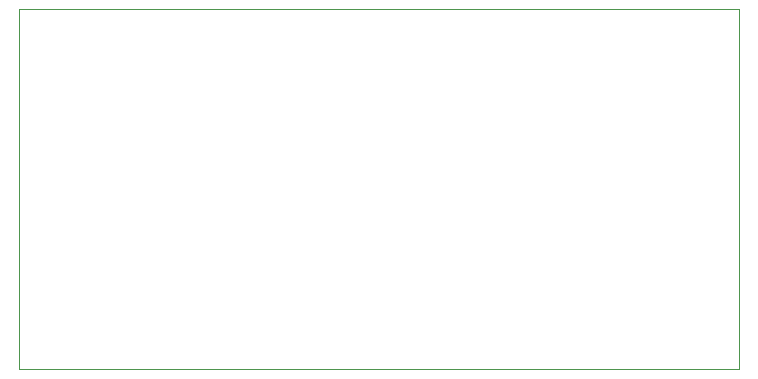
<source format=gbr>
%TF.GenerationSoftware,KiCad,Pcbnew,(5.1.10-1-10_14)*%
%TF.CreationDate,2021-06-07T15:14:56+08:00*%
%TF.ProjectId,ultrasonic,756c7472-6173-46f6-9e69-632e6b696361,rev?*%
%TF.SameCoordinates,Original*%
%TF.FileFunction,Profile,NP*%
%FSLAX46Y46*%
G04 Gerber Fmt 4.6, Leading zero omitted, Abs format (unit mm)*
G04 Created by KiCad (PCBNEW (5.1.10-1-10_14)) date 2021-06-07 15:14:56*
%MOMM*%
%LPD*%
G01*
G04 APERTURE LIST*
%TA.AperFunction,Profile*%
%ADD10C,0.100000*%
%TD*%
G04 APERTURE END LIST*
D10*
X50000000Y-99500000D02*
X50000000Y-130000000D01*
X111000000Y-99500000D02*
X50000000Y-99500000D01*
X111000000Y-130000000D02*
X111000000Y-99500000D01*
X50000000Y-130000000D02*
X111000000Y-130000000D01*
M02*

</source>
